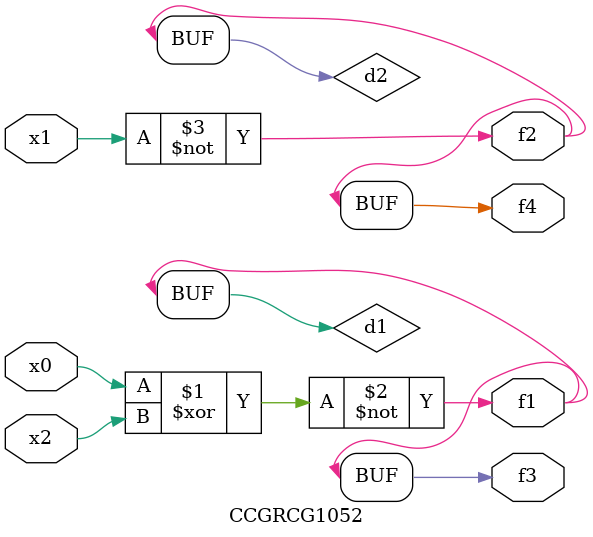
<source format=v>
module CCGRCG1052(
	input x0, x1, x2,
	output f1, f2, f3, f4
);

	wire d1, d2, d3;

	xnor (d1, x0, x2);
	nand (d2, x1);
	nor (d3, x1, x2);
	assign f1 = d1;
	assign f2 = d2;
	assign f3 = d1;
	assign f4 = d2;
endmodule

</source>
